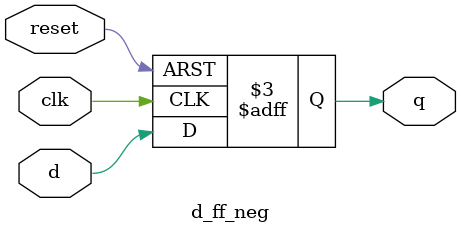
<source format=v>
module d_ff_neg(input d, reset, clk, output reg q);
	initial 
		q <= 1'b0;
	always @(posedge reset or negedge clk)
	if(reset)
		q <= 1'b0;
	else
	begin
		q = d;
	end
endmodule
</source>
